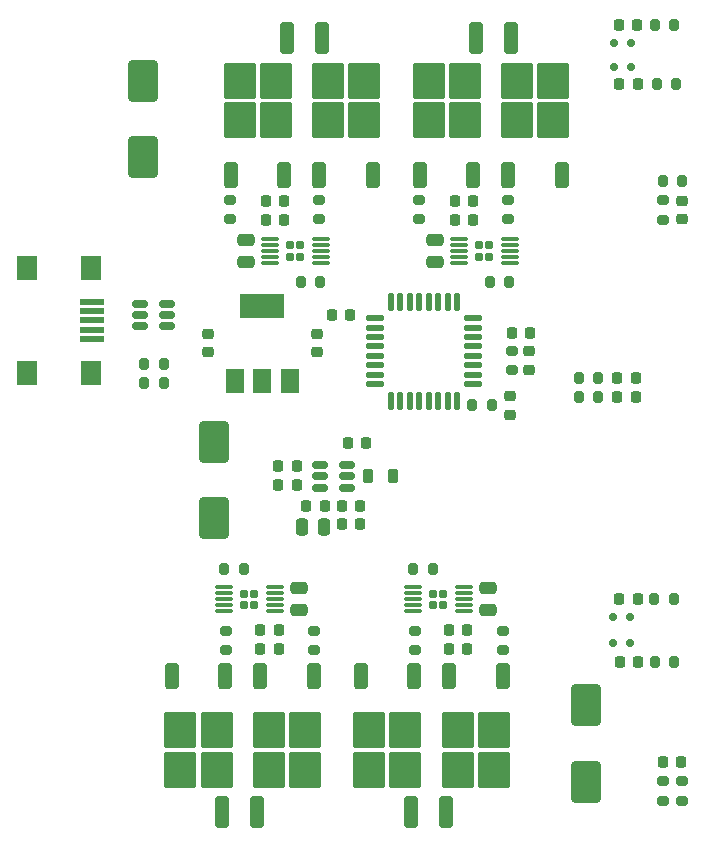
<source format=gbr>
%TF.GenerationSoftware,KiCad,Pcbnew,7.0.1*%
%TF.CreationDate,2024-02-19T12:40:40+01:00*%
%TF.ProjectId,BallBalancer,42616c6c-4261-46c6-916e-6365722e6b69,rev?*%
%TF.SameCoordinates,Original*%
%TF.FileFunction,Paste,Top*%
%TF.FilePolarity,Positive*%
%FSLAX46Y46*%
G04 Gerber Fmt 4.6, Leading zero omitted, Abs format (unit mm)*
G04 Created by KiCad (PCBNEW 7.0.1) date 2024-02-19 12:40:40*
%MOMM*%
%LPD*%
G01*
G04 APERTURE LIST*
G04 Aperture macros list*
%AMRoundRect*
0 Rectangle with rounded corners*
0 $1 Rounding radius*
0 $2 $3 $4 $5 $6 $7 $8 $9 X,Y pos of 4 corners*
0 Add a 4 corners polygon primitive as box body*
4,1,4,$2,$3,$4,$5,$6,$7,$8,$9,$2,$3,0*
0 Add four circle primitives for the rounded corners*
1,1,$1+$1,$2,$3*
1,1,$1+$1,$4,$5*
1,1,$1+$1,$6,$7*
1,1,$1+$1,$8,$9*
0 Add four rect primitives between the rounded corners*
20,1,$1+$1,$2,$3,$4,$5,0*
20,1,$1+$1,$4,$5,$6,$7,0*
20,1,$1+$1,$6,$7,$8,$9,0*
20,1,$1+$1,$8,$9,$2,$3,0*%
G04 Aperture macros list end*
%ADD10RoundRect,0.218750X0.218750X0.256250X-0.218750X0.256250X-0.218750X-0.256250X0.218750X-0.256250X0*%
%ADD11RoundRect,0.225000X-0.225000X-0.250000X0.225000X-0.250000X0.225000X0.250000X-0.225000X0.250000X0*%
%ADD12RoundRect,0.200000X-0.200000X-0.275000X0.200000X-0.275000X0.200000X0.275000X-0.200000X0.275000X0*%
%ADD13RoundRect,0.125000X0.625000X0.125000X-0.625000X0.125000X-0.625000X-0.125000X0.625000X-0.125000X0*%
%ADD14RoundRect,0.125000X0.125000X0.625000X-0.125000X0.625000X-0.125000X-0.625000X0.125000X-0.625000X0*%
%ADD15RoundRect,0.150000X-0.150000X-0.200000X0.150000X-0.200000X0.150000X0.200000X-0.150000X0.200000X0*%
%ADD16RoundRect,0.225000X0.225000X0.250000X-0.225000X0.250000X-0.225000X-0.250000X0.225000X-0.250000X0*%
%ADD17RoundRect,0.150000X-0.512500X-0.150000X0.512500X-0.150000X0.512500X0.150000X-0.512500X0.150000X0*%
%ADD18RoundRect,0.200000X0.200000X0.275000X-0.200000X0.275000X-0.200000X-0.275000X0.200000X-0.275000X0*%
%ADD19RoundRect,0.200000X0.275000X-0.200000X0.275000X0.200000X-0.275000X0.200000X-0.275000X-0.200000X0*%
%ADD20RoundRect,0.250000X1.000000X-1.500000X1.000000X1.500000X-1.000000X1.500000X-1.000000X-1.500000X0*%
%ADD21RoundRect,0.250000X-1.000000X1.500000X-1.000000X-1.500000X1.000000X-1.500000X1.000000X1.500000X0*%
%ADD22RoundRect,0.225000X-0.250000X0.225000X-0.250000X-0.225000X0.250000X-0.225000X0.250000X0.225000X0*%
%ADD23RoundRect,0.170000X-0.170000X-0.210000X0.170000X-0.210000X0.170000X0.210000X-0.170000X0.210000X0*%
%ADD24RoundRect,0.075000X-0.650000X-0.075000X0.650000X-0.075000X0.650000X0.075000X-0.650000X0.075000X0*%
%ADD25RoundRect,0.250000X-0.325000X-1.100000X0.325000X-1.100000X0.325000X1.100000X-0.325000X1.100000X0*%
%ADD26RoundRect,0.250000X0.350000X-0.850000X0.350000X0.850000X-0.350000X0.850000X-0.350000X-0.850000X0*%
%ADD27RoundRect,0.250000X1.125000X-1.275000X1.125000X1.275000X-1.125000X1.275000X-1.125000X-1.275000X0*%
%ADD28RoundRect,0.150000X0.512500X0.150000X-0.512500X0.150000X-0.512500X-0.150000X0.512500X-0.150000X0*%
%ADD29RoundRect,0.250000X0.475000X-0.250000X0.475000X0.250000X-0.475000X0.250000X-0.475000X-0.250000X0*%
%ADD30RoundRect,0.200000X-0.275000X0.200000X-0.275000X-0.200000X0.275000X-0.200000X0.275000X0.200000X0*%
%ADD31RoundRect,0.250000X-0.350000X0.850000X-0.350000X-0.850000X0.350000X-0.850000X0.350000X0.850000X0*%
%ADD32RoundRect,0.250000X-1.125000X1.275000X-1.125000X-1.275000X1.125000X-1.275000X1.125000X1.275000X0*%
%ADD33RoundRect,0.250000X-0.475000X0.250000X-0.475000X-0.250000X0.475000X-0.250000X0.475000X0.250000X0*%
%ADD34RoundRect,0.170000X0.170000X0.210000X-0.170000X0.210000X-0.170000X-0.210000X0.170000X-0.210000X0*%
%ADD35RoundRect,0.075000X0.650000X0.075000X-0.650000X0.075000X-0.650000X-0.075000X0.650000X-0.075000X0*%
%ADD36RoundRect,0.225000X0.250000X-0.225000X0.250000X0.225000X-0.250000X0.225000X-0.250000X-0.225000X0*%
%ADD37RoundRect,0.218750X-0.218750X-0.381250X0.218750X-0.381250X0.218750X0.381250X-0.218750X0.381250X0*%
%ADD38R,1.500000X2.000000*%
%ADD39R,3.800000X2.000000*%
%ADD40RoundRect,0.250000X0.325000X1.100000X-0.325000X1.100000X-0.325000X-1.100000X0.325000X-1.100000X0*%
%ADD41RoundRect,0.250000X-0.250000X-0.475000X0.250000X-0.475000X0.250000X0.475000X-0.250000X0.475000X0*%
%ADD42R,2.000000X0.500000*%
%ADD43R,1.700000X2.000000*%
G04 APERTURE END LIST*
D10*
%TO.C,D1*%
X137187500Y-94100000D03*
X135612500Y-94100000D03*
%TD*%
D11*
%TO.C,C31*%
X105411451Y-113805292D03*
X106961451Y-113805292D03*
%TD*%
D12*
%TO.C,R5*%
X95575000Y-91300000D03*
X97225000Y-91300000D03*
%TD*%
D13*
%TO.C,U9*%
X123445000Y-93005000D03*
X123445000Y-92205000D03*
X123445000Y-91405000D03*
X123445000Y-90605000D03*
X123445000Y-89805000D03*
X123445000Y-89005000D03*
X123445000Y-88205000D03*
X123445000Y-87405000D03*
D14*
X122070000Y-86030000D03*
X121270000Y-86030000D03*
X120470000Y-86030000D03*
X119670000Y-86030000D03*
X118870000Y-86030000D03*
X118070000Y-86030000D03*
X117270000Y-86030000D03*
X116470000Y-86030000D03*
D13*
X115095000Y-87405000D03*
X115095000Y-88205000D03*
X115095000Y-89005000D03*
X115095000Y-89805000D03*
X115095000Y-90605000D03*
X115095000Y-91405000D03*
X115095000Y-92205000D03*
X115095000Y-93005000D03*
D14*
X116470000Y-94380000D03*
X117270000Y-94380000D03*
X118070000Y-94380000D03*
X118870000Y-94380000D03*
X119670000Y-94380000D03*
X120470000Y-94380000D03*
X121270000Y-94380000D03*
X122070000Y-94380000D03*
%TD*%
D15*
%TO.C,D6*%
X136800000Y-64100000D03*
X135400000Y-64100000D03*
%TD*%
D16*
%TO.C,C32*%
X123462500Y-79120000D03*
X121912500Y-79120000D03*
%TD*%
D17*
%TO.C,U6*%
X110462500Y-99850000D03*
X110462500Y-100800000D03*
X110462500Y-101750000D03*
X112737500Y-101750000D03*
X112737500Y-100800000D03*
X112737500Y-99850000D03*
%TD*%
D18*
%TO.C,R17*%
X110512500Y-84320000D03*
X108862500Y-84320000D03*
%TD*%
D16*
%TO.C,C34*%
X123462500Y-77520000D03*
X121912500Y-77520000D03*
%TD*%
D10*
%TO.C,D2*%
X137187500Y-92500000D03*
X135612500Y-92500000D03*
%TD*%
D19*
%TO.C,R22*%
X109986451Y-115530292D03*
X109986451Y-113880292D03*
%TD*%
D15*
%TO.C,D3*%
X136700000Y-114900000D03*
X135300000Y-114900000D03*
%TD*%
D20*
%TO.C,C36*%
X133000000Y-126650000D03*
X133000000Y-120150000D03*
%TD*%
D11*
%TO.C,C13*%
X121411451Y-113805292D03*
X122961451Y-113805292D03*
%TD*%
D18*
%TO.C,R27*%
X126512500Y-84320000D03*
X124862500Y-84320000D03*
%TD*%
D21*
%TO.C,C15*%
X101500000Y-97850000D03*
X101500000Y-104350000D03*
%TD*%
D22*
%TO.C,C1*%
X128200000Y-90225000D03*
X128200000Y-91775000D03*
%TD*%
D11*
%TO.C,C11*%
X121411451Y-115405292D03*
X122961451Y-115405292D03*
%TD*%
%TO.C,C33*%
X105411451Y-115405292D03*
X106961451Y-115405292D03*
%TD*%
D23*
%TO.C,U4*%
X107967500Y-81250000D03*
X107967500Y-82190000D03*
X108807500Y-81250000D03*
X108807500Y-82190000D03*
D24*
X106237500Y-80720000D03*
X106237500Y-81220000D03*
X106237500Y-81720000D03*
X106237500Y-82220000D03*
X106237500Y-82720000D03*
X110537500Y-82720000D03*
X110537500Y-82220000D03*
X110537500Y-81720000D03*
X110537500Y-81220000D03*
X110537500Y-80720000D03*
%TD*%
D18*
%TO.C,R12*%
X140625000Y-67620000D03*
X138975000Y-67620000D03*
%TD*%
D25*
%TO.C,C27*%
X118211451Y-129205292D03*
X121161451Y-129205292D03*
%TD*%
D26*
%TO.C,Q4*%
X110407500Y-75260000D03*
D27*
X111162500Y-70635000D03*
X114212500Y-70635000D03*
X111162500Y-67285000D03*
X114212500Y-67285000D03*
D26*
X114967500Y-75260000D03*
%TD*%
D25*
%TO.C,C24*%
X102211451Y-129205292D03*
X105161451Y-129205292D03*
%TD*%
D12*
%TO.C,R2*%
X132375000Y-92500000D03*
X134025000Y-92500000D03*
%TD*%
D28*
%TO.C,U2*%
X97537500Y-88100000D03*
X97537500Y-87150000D03*
X97537500Y-86200000D03*
X95262500Y-86200000D03*
X95262500Y-87150000D03*
X95262500Y-88100000D03*
%TD*%
D29*
%TO.C,C20*%
X104187500Y-82670000D03*
X104187500Y-80770000D03*
%TD*%
D16*
%TO.C,C8*%
X137375000Y-67620000D03*
X135825000Y-67620000D03*
%TD*%
D30*
%TO.C,R23*%
X102486451Y-113880292D03*
X102486451Y-115530292D03*
%TD*%
D11*
%TO.C,C26*%
X112325000Y-104800000D03*
X113875000Y-104800000D03*
%TD*%
D26*
%TO.C,Q8*%
X126407500Y-75260000D03*
D27*
X127162500Y-70635000D03*
X130212500Y-70635000D03*
X127162500Y-67285000D03*
X130212500Y-67285000D03*
D26*
X130967500Y-75260000D03*
%TD*%
D31*
%TO.C,Q6*%
X102466451Y-117665292D03*
D32*
X101711451Y-122290292D03*
X98661451Y-122290292D03*
X101711451Y-125640292D03*
X98661451Y-125640292D03*
D31*
X97906451Y-117665292D03*
%TD*%
D12*
%TO.C,R14*%
X139475000Y-75835000D03*
X141125000Y-75835000D03*
%TD*%
D33*
%TO.C,C19*%
X124686451Y-110255292D03*
X124686451Y-112155292D03*
%TD*%
D31*
%TO.C,Q5*%
X109966451Y-117665292D03*
D32*
X109211451Y-122290292D03*
X106161451Y-122290292D03*
X109211451Y-125640292D03*
X106161451Y-125640292D03*
D31*
X105406451Y-117665292D03*
%TD*%
D12*
%TO.C,R6*%
X95575000Y-92900000D03*
X97225000Y-92900000D03*
%TD*%
D26*
%TO.C,Q7*%
X118907500Y-75260000D03*
D27*
X119662500Y-70635000D03*
X122712500Y-70635000D03*
X119662500Y-67285000D03*
X122712500Y-67285000D03*
D26*
X123467500Y-75260000D03*
%TD*%
D19*
%TO.C,R25*%
X126387500Y-79045000D03*
X126387500Y-77395000D03*
%TD*%
D15*
%TO.C,D5*%
X136800000Y-66100000D03*
X135400000Y-66100000D03*
%TD*%
D16*
%TO.C,C22*%
X114375000Y-98000000D03*
X112825000Y-98000000D03*
%TD*%
D11*
%TO.C,C7*%
X139525000Y-125020000D03*
X141075000Y-125020000D03*
%TD*%
D23*
%TO.C,U8*%
X123967500Y-81250000D03*
X123967500Y-82190000D03*
X124807500Y-81250000D03*
X124807500Y-82190000D03*
D24*
X122237500Y-80720000D03*
X122237500Y-81220000D03*
X122237500Y-81720000D03*
X122237500Y-82220000D03*
X122237500Y-82720000D03*
X126537500Y-82720000D03*
X126537500Y-82220000D03*
X126537500Y-81720000D03*
X126537500Y-81220000D03*
X126537500Y-80720000D03*
%TD*%
D31*
%TO.C,Q2*%
X118466451Y-117665292D03*
D32*
X117711451Y-122290292D03*
X114661451Y-122290292D03*
X117711451Y-125640292D03*
X114661451Y-125640292D03*
D31*
X113906451Y-117665292D03*
%TD*%
D34*
%TO.C,U7*%
X104906451Y-111675292D03*
X104906451Y-110735292D03*
X104066451Y-111675292D03*
X104066451Y-110735292D03*
D35*
X106636451Y-112205292D03*
X106636451Y-111705292D03*
X106636451Y-111205292D03*
X106636451Y-110705292D03*
X106636451Y-110205292D03*
X102336451Y-110205292D03*
X102336451Y-110705292D03*
X102336451Y-111205292D03*
X102336451Y-111705292D03*
X102336451Y-112205292D03*
%TD*%
D30*
%TO.C,R20*%
X102887500Y-77395000D03*
X102887500Y-79045000D03*
%TD*%
D12*
%TO.C,R1*%
X132375000Y-94100000D03*
X134025000Y-94100000D03*
%TD*%
D21*
%TO.C,C35*%
X95500000Y-67300000D03*
X95500000Y-73800000D03*
%TD*%
D30*
%TO.C,R3*%
X126700000Y-90175000D03*
X126700000Y-91825000D03*
%TD*%
D19*
%TO.C,R10*%
X141100000Y-128270000D03*
X141100000Y-126620000D03*
%TD*%
D10*
%TO.C,D7*%
X108487500Y-101500000D03*
X106912500Y-101500000D03*
%TD*%
D36*
%TO.C,C18*%
X101000000Y-90275000D03*
X101000000Y-88725000D03*
%TD*%
%TO.C,C2*%
X126600000Y-95575000D03*
X126600000Y-94025000D03*
%TD*%
D37*
%TO.C,L1*%
X114537500Y-100800000D03*
X116662500Y-100800000D03*
%TD*%
D18*
%TO.C,R8*%
X140475000Y-116500000D03*
X138825000Y-116500000D03*
%TD*%
D36*
%TO.C,C21*%
X110200000Y-90275000D03*
X110200000Y-88725000D03*
%TD*%
D29*
%TO.C,C30*%
X120187500Y-82670000D03*
X120187500Y-80770000D03*
%TD*%
D38*
%TO.C,U5*%
X103300000Y-92700000D03*
X105600000Y-92700000D03*
D39*
X105600000Y-86400000D03*
D38*
X107900000Y-92700000D03*
%TD*%
D11*
%TO.C,C4*%
X111450000Y-87100000D03*
X113000000Y-87100000D03*
%TD*%
D19*
%TO.C,R21*%
X110387500Y-79045000D03*
X110387500Y-77395000D03*
%TD*%
D15*
%TO.C,D4*%
X136700000Y-112700000D03*
X135300000Y-112700000D03*
%TD*%
D19*
%TO.C,R9*%
X139500000Y-128245000D03*
X139500000Y-126595000D03*
%TD*%
%TO.C,R13*%
X139475000Y-79060000D03*
X139475000Y-77410000D03*
%TD*%
D16*
%TO.C,C3*%
X128250000Y-88700000D03*
X126700000Y-88700000D03*
%TD*%
D40*
%TO.C,C28*%
X126662500Y-63720000D03*
X123712500Y-63720000D03*
%TD*%
D16*
%TO.C,C5*%
X137400000Y-116500000D03*
X135850000Y-116500000D03*
%TD*%
D41*
%TO.C,C17*%
X108950000Y-105050000D03*
X110850000Y-105050000D03*
%TD*%
D10*
%TO.C,D8*%
X108487500Y-99900000D03*
X106912500Y-99900000D03*
%TD*%
D30*
%TO.C,R19*%
X118486451Y-113880292D03*
X118486451Y-115530292D03*
%TD*%
D16*
%TO.C,C6*%
X137375000Y-111190000D03*
X135825000Y-111190000D03*
%TD*%
D12*
%TO.C,R4*%
X123375000Y-94800000D03*
X125025000Y-94800000D03*
%TD*%
%TO.C,R16*%
X118361451Y-108605292D03*
X120011451Y-108605292D03*
%TD*%
D18*
%TO.C,R11*%
X140425000Y-111190000D03*
X138775000Y-111190000D03*
%TD*%
D33*
%TO.C,C29*%
X108686451Y-110255292D03*
X108686451Y-112155292D03*
%TD*%
D11*
%TO.C,C16*%
X109325000Y-103300000D03*
X110875000Y-103300000D03*
%TD*%
D19*
%TO.C,R18*%
X125986451Y-115530292D03*
X125986451Y-113880292D03*
%TD*%
D16*
%TO.C,C9*%
X137350000Y-62620000D03*
X135800000Y-62620000D03*
%TD*%
D12*
%TO.C,R26*%
X102361451Y-108605292D03*
X104011451Y-108605292D03*
%TD*%
D42*
%TO.C,J1*%
X91200000Y-86000000D03*
X91200000Y-86800000D03*
X91200000Y-87600000D03*
X91200000Y-88400000D03*
X91200000Y-89200000D03*
D43*
X91100000Y-83150000D03*
X85650000Y-83150000D03*
X91100000Y-92050000D03*
X85650000Y-92050000D03*
%TD*%
D11*
%TO.C,C23*%
X112325000Y-103300000D03*
X113875000Y-103300000D03*
%TD*%
D18*
%TO.C,R15*%
X140450000Y-62620000D03*
X138800000Y-62620000D03*
%TD*%
D16*
%TO.C,C14*%
X107462500Y-79120000D03*
X105912500Y-79120000D03*
%TD*%
%TO.C,C12*%
X107462500Y-77520000D03*
X105912500Y-77520000D03*
%TD*%
D36*
%TO.C,C10*%
X141100000Y-79010000D03*
X141100000Y-77460000D03*
%TD*%
D34*
%TO.C,U3*%
X120906451Y-111675292D03*
X120906451Y-110735292D03*
X120066451Y-111675292D03*
X120066451Y-110735292D03*
D35*
X122636451Y-112205292D03*
X122636451Y-111705292D03*
X122636451Y-111205292D03*
X122636451Y-110705292D03*
X122636451Y-110205292D03*
X118336451Y-110205292D03*
X118336451Y-110705292D03*
X118336451Y-111205292D03*
X118336451Y-111705292D03*
X118336451Y-112205292D03*
%TD*%
D31*
%TO.C,Q1*%
X125966451Y-117665292D03*
D32*
X125211451Y-122290292D03*
X122161451Y-122290292D03*
X125211451Y-125640292D03*
X122161451Y-125640292D03*
D31*
X121406451Y-117665292D03*
%TD*%
D40*
%TO.C,C25*%
X110662500Y-63720000D03*
X107712500Y-63720000D03*
%TD*%
D26*
%TO.C,Q3*%
X102907500Y-75260000D03*
D27*
X103662500Y-70635000D03*
X106712500Y-70635000D03*
X103662500Y-67285000D03*
X106712500Y-67285000D03*
D26*
X107467500Y-75260000D03*
%TD*%
D30*
%TO.C,R24*%
X118887500Y-77395000D03*
X118887500Y-79045000D03*
%TD*%
M02*

</source>
